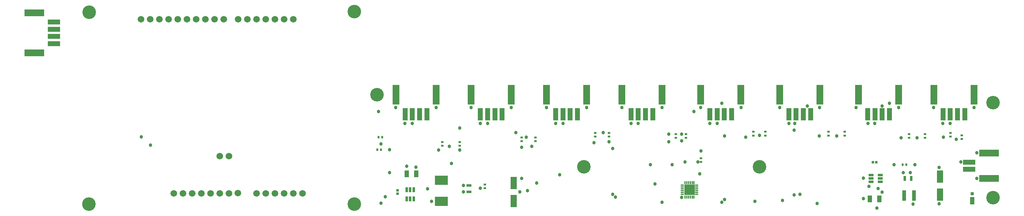
<source format=gbr>
G04 DesignSpark PCB Gerber Version 11.0 Build 5877*
G04 #@! TF.Part,Single*
G04 #@! TF.FileFunction,Soldermask,Top*
G04 #@! TF.FilePolarity,Negative*
%FSLAX35Y35*%
%MOIN*%
G04 #@! TA.AperFunction,SMDPad,CuDef*
%ADD102R,0.01781X0.03750*%
%ADD113R,0.02372X0.02962*%
%ADD117R,0.02470X0.02569*%
%ADD111R,0.02962X0.03041*%
%ADD99R,0.02962X0.05324*%
%ADD112R,0.02962X0.05521*%
%ADD114R,0.04340X0.11624*%
%ADD107R,0.04576X0.07765*%
%ADD118R,0.04931X0.08474*%
%ADD104R,0.05324X0.13198*%
%ADD110R,0.06899X0.13198*%
%ADD105R,0.07293X0.21466*%
%ADD119R,0.03750X0.03750*%
%ADD101R,0.03750X0.01781*%
%ADD109R,0.02962X0.02372*%
%ADD116R,0.02569X0.02470*%
%ADD106R,0.03041X0.02962*%
%ADD100R,0.05324X0.02962*%
%ADD108R,0.05521X0.02962*%
%ADD127R,0.13198X0.05324*%
%ADD128R,0.21466X0.07293*%
%ADD103R,0.11624X0.11624*%
G04 #@! TA.AperFunction,ViaPad*
%ADD23C,0.03800*%
G04 #@! TA.AperFunction,WasherPad*
%ADD24C,0.07200*%
%ADD25C,0.14773*%
G04 #@! TA.AperFunction,SMDPad,CuDef*
%ADD115R,0.14100X0.10100*%
G04 #@! TD.AperFunction*
X0Y0D02*
D02*
D23*
X137630Y86750D03*
X147630Y77750D03*
X395734Y114250D03*
X398500Y14250D03*
Y79000D03*
X403000Y21500D03*
X407750Y47750D03*
Y72750D03*
X414500Y118750D03*
X424500Y101250D03*
X426500Y54750D03*
X432500Y101250D03*
X436500Y53750D03*
X449000Y30093D03*
X453500Y16500D03*
X458500Y118750D03*
X461250Y72250D03*
X472750Y76500D03*
X475250Y57750D03*
X484000Y72250D03*
Y96500D03*
X488000Y26750D03*
Y33750D03*
X496500Y118750D03*
X506500Y30750D03*
Y101250D03*
X514500D03*
X540000Y118750D03*
X545250Y91500D03*
X549500Y26750D03*
X551500Y41500D03*
Y75250D03*
X556500Y86250D03*
X557750Y28016D03*
X562500Y76500D03*
X567750Y36500D03*
X578500Y118750D03*
X588500Y101250D03*
X592750Y45250D03*
X596500Y101250D03*
X622000Y118750D03*
X630250Y80250D03*
X640000Y91250D03*
X646500Y81500D03*
X650500Y24018D03*
Y74000D03*
X653500Y21018D03*
X660500Y118750D03*
X670500Y101250D03*
X678000D03*
X691500Y56500D03*
X696500Y35250D03*
X704000Y15250D03*
Y118750D03*
X711500Y81500D03*
Y89750D03*
X715250Y56500D03*
X725500Y20750D03*
Y82250D03*
Y89750D03*
X729079Y59250D03*
X738921Y114250D03*
X743000Y59250D03*
X745250Y46500D03*
X746000Y118750D03*
X746500Y71500D03*
X756000Y101250D03*
X764000D03*
X769000Y15250D03*
Y123250D03*
X772000Y18250D03*
Y87750D03*
X790000Y118750D03*
X795250Y86500D03*
X805250Y16500D03*
X810250Y88250D03*
X832000Y118750D03*
X835250Y17250D03*
X842000Y101250D03*
X847750Y23250D03*
Y94000D03*
X848500Y101250D03*
X854000Y24070D03*
X862000Y120250D03*
X872750Y14000D03*
X875250Y87750D03*
X875500Y118750D03*
X894000Y87750D03*
X915000Y118750D03*
X923000Y19250D03*
Y41750D03*
X928000Y101250D03*
X929000Y32750D03*
X935500Y101250D03*
X937750Y9000D03*
X939000Y30250D03*
X943500Y26250D03*
Y120250D03*
X951500Y123250D03*
X956500Y56500D03*
X961500Y118750D03*
X964000Y85750D03*
X966500Y47750D03*
X974000D03*
X977000Y13250D03*
X979000Y56500D03*
X981500Y85750D03*
X999500Y118750D03*
X1005500Y13750D03*
Y53250D03*
X1009500Y101250D03*
X1010250Y86500D03*
X1017500Y101250D03*
X1024000Y84000D03*
X1029000Y59250D03*
X1043500Y118750D03*
X1046500Y41250D03*
Y69250D03*
D02*
D24*
X137390Y215239D03*
X147390Y215240D03*
X157388Y215239D03*
X167388D03*
X173215Y25152D03*
X177388Y215239D03*
X183215Y25152D03*
X187388Y215239D03*
X193215Y25152D03*
X197388Y215239D03*
X203215Y25152D03*
X207388Y215239D03*
X213215Y25152D03*
X217388Y215239D03*
X223213Y65652D03*
X223215Y25152D03*
X227388Y215239D03*
X233213Y65652D03*
X233215Y25152D03*
X242750Y25250D03*
X243215Y215152D03*
X253215D03*
X263215Y25152D03*
Y215152D03*
X273215Y25152D03*
Y215152D03*
X283215Y25152D03*
Y215152D03*
X293215Y25152D03*
Y215152D03*
X303215Y25152D03*
Y215152D03*
X313215Y25152D03*
D02*
D25*
X80927Y13417D03*
X80967Y222703D03*
X369512Y223262D03*
X369514Y13417D03*
X394000Y132750D03*
X619000Y54000D03*
X810250D03*
X1064000Y20250D03*
Y124000D03*
D02*
D99*
X426510Y19079D03*
Y28921D03*
X430250Y19079D03*
Y28921D03*
X433990Y19079D03*
Y28921D03*
D02*
D100*
X931579Y37760D03*
Y41500D03*
Y45240D03*
X941421Y37760D03*
Y41500D03*
Y45240D03*
D02*
D101*
X726126Y24079D03*
Y26047D03*
Y28016D03*
Y29984D03*
Y31953D03*
Y33921D03*
X741874Y24079D03*
Y26047D03*
Y28016D03*
Y29984D03*
Y31953D03*
Y33921D03*
D02*
D102*
X729079Y21126D03*
Y36874D03*
X731047Y21126D03*
Y36874D03*
X733016Y21126D03*
Y36874D03*
X734984Y21126D03*
Y36874D03*
X736953Y21126D03*
Y36874D03*
X738921Y21126D03*
Y36874D03*
D02*
D103*
X734000Y29000D03*
D02*
D104*
X424689Y111313D03*
X432563D03*
X440437D03*
X448311D03*
X506579D03*
X514453D03*
X522327D03*
X530201D03*
X588469D03*
X596343D03*
X604217D03*
X612091D03*
X670358D03*
X678232D03*
X686106D03*
X693980D03*
X756185D03*
X764059D03*
X771933D03*
X779807D03*
X842012D03*
X849886D03*
X857760D03*
X865634D03*
X927839D03*
X935713D03*
X943587D03*
X951461D03*
X1009689D03*
X1017563D03*
X1025437D03*
X1033311D03*
D02*
D105*
X414650Y132888D03*
X458350D03*
X496539D03*
X540240D03*
X578429D03*
X622130D03*
X660319D03*
X704020D03*
X746146D03*
X789846D03*
X831972D03*
X875673D03*
X917799D03*
X961500D03*
X999650D03*
X1043350D03*
D02*
D106*
X416500Y24689D03*
Y28311D03*
D02*
D107*
X426303Y46500D03*
X436697D03*
X930053Y19000D03*
X940447D03*
D02*
D108*
X494000Y26707D03*
Y33793D03*
D02*
D109*
X511500Y30880D03*
Y34620D03*
D02*
D110*
X542750Y16657D03*
Y36343D03*
X1006500Y23734D03*
Y43419D03*
D02*
D111*
X933439Y59000D03*
X937061D03*
D02*
D112*
X967957Y41500D03*
X975043D03*
D02*
D113*
X965880Y56500D03*
X969620D03*
D02*
D114*
X967337Y22750D03*
X978163D03*
D02*
D115*
X464000Y16250D03*
Y39250D03*
D02*
D116*
X465250Y76984D03*
Y81016D03*
X484000Y76984D03*
Y81016D03*
X551500Y81984D03*
Y86016D03*
X566500Y81984D03*
Y86016D03*
X631500Y86984D03*
Y91016D03*
X646500Y86984D03*
Y91016D03*
X719000Y85734D03*
Y89766D03*
X730250Y85734D03*
Y89766D03*
X746500Y59484D03*
Y63516D03*
X803567Y88234D03*
Y92266D03*
X816500Y88234D03*
Y92266D03*
X885250Y88234D03*
Y92266D03*
X902750Y88234D03*
Y92266D03*
X972750Y85734D03*
Y89766D03*
X990250Y85734D03*
Y89766D03*
X1017750Y86984D03*
Y91016D03*
X1030250Y84484D03*
Y88516D03*
D02*
D117*
X394484Y72750D03*
X395734Y86500D03*
X398516Y72750D03*
X399766Y86500D03*
D02*
D118*
X1041500Y17100D03*
D02*
D119*
Y24581D03*
D02*
D127*
X42937Y188439D03*
Y196313D03*
Y204187D03*
Y212061D03*
X1038213Y51313D03*
Y59187D03*
D02*
D128*
X21362Y178400D03*
Y222100D03*
X1059787Y41274D03*
Y69226D03*
X0Y0D02*
M02*

</source>
